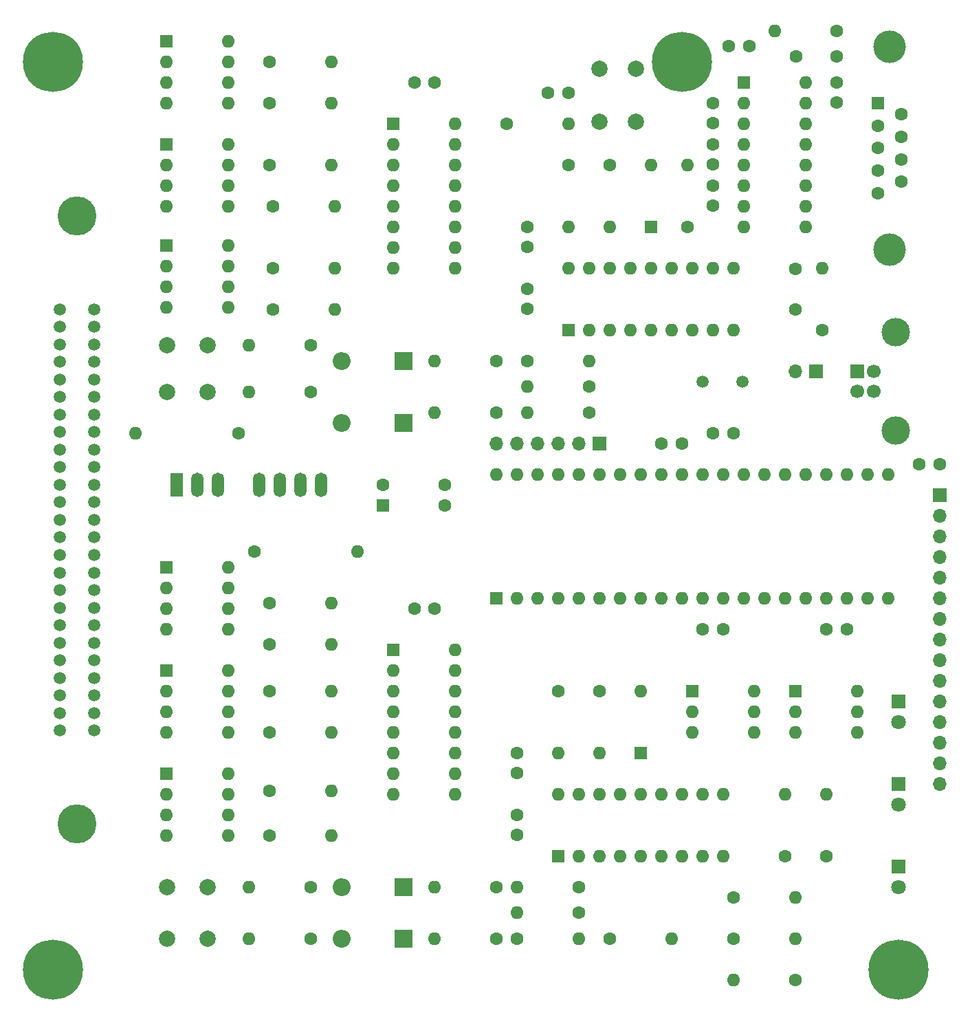
<source format=gbr>
G04 #@! TF.GenerationSoftware,KiCad,Pcbnew,(6.0.5-0)*
G04 #@! TF.CreationDate,2022-08-07T12:30:08-07:00*
G04 #@! TF.ProjectId,ac125a_dtmf,61633132-3561-45f6-9474-6d662e6b6963,rev?*
G04 #@! TF.SameCoordinates,Original*
G04 #@! TF.FileFunction,Soldermask,Bot*
G04 #@! TF.FilePolarity,Negative*
%FSLAX46Y46*%
G04 Gerber Fmt 4.6, Leading zero omitted, Abs format (unit mm)*
G04 Created by KiCad (PCBNEW (6.0.5-0)) date 2022-08-07 12:30:08*
%MOMM*%
%LPD*%
G01*
G04 APERTURE LIST*
%ADD10C,1.500000*%
%ADD11C,4.800000*%
%ADD12R,1.700000X1.700000*%
%ADD13C,1.700000*%
%ADD14C,3.500000*%
%ADD15C,1.600000*%
%ADD16C,2.000000*%
%ADD17R,2.200000X2.200000*%
%ADD18O,2.200000X2.200000*%
%ADD19R,1.600000X1.600000*%
%ADD20O,1.600000X1.600000*%
%ADD21O,1.700000X1.700000*%
%ADD22R,1.800000X1.800000*%
%ADD23C,1.800000*%
%ADD24R,1.500000X3.000000*%
%ADD25O,1.500000X3.000000*%
%ADD26C,4.000000*%
%ADD27C,7.400000*%
G04 APERTURE END LIST*
D10*
X45720000Y-116610000D03*
X45720000Y-114450000D03*
X45720000Y-112290000D03*
X45720000Y-110130000D03*
X45720000Y-107970000D03*
X45720000Y-105810000D03*
X45720000Y-103650000D03*
X45720000Y-101490000D03*
X45720000Y-99330000D03*
X45720000Y-97170000D03*
X45720000Y-95010000D03*
X45720000Y-92850000D03*
X45720000Y-90690000D03*
X45720000Y-88530000D03*
X45720000Y-86370000D03*
X45720000Y-84210000D03*
X45720000Y-82050000D03*
X45720000Y-79890000D03*
X45720000Y-77730000D03*
X45720000Y-75570000D03*
X45720000Y-73410000D03*
X45720000Y-71250000D03*
X45720000Y-69090000D03*
X45720000Y-66930000D03*
X45720000Y-64770000D03*
X41430000Y-116610000D03*
X41430000Y-114450000D03*
X41430000Y-112290000D03*
X41430000Y-110130000D03*
X41430000Y-107970000D03*
X41430000Y-105810000D03*
X41430000Y-103650000D03*
X41430000Y-101490000D03*
X41430000Y-99330000D03*
X41430000Y-97170000D03*
X41430000Y-95010000D03*
X41430000Y-92850000D03*
X41430000Y-90690000D03*
X41430000Y-88530000D03*
X41430000Y-86370000D03*
X41430000Y-84210000D03*
X41430000Y-82050000D03*
X41430000Y-79890000D03*
X41430000Y-77730000D03*
X41430000Y-75570000D03*
X41430000Y-73410000D03*
X41430000Y-71250000D03*
X41430000Y-69090000D03*
X41430000Y-66930000D03*
X41430000Y-64770000D03*
D11*
X43575000Y-128115000D03*
X43575000Y-53265000D03*
D12*
X139700000Y-72390000D03*
D13*
X139700000Y-74890000D03*
X141700000Y-74890000D03*
X141700000Y-72390000D03*
D14*
X144410000Y-67620000D03*
X144410000Y-79660000D03*
D15*
X147320000Y-83820000D03*
X149820000Y-83820000D03*
X115570000Y-81280000D03*
X118070000Y-81280000D03*
X104100000Y-38100000D03*
X101600000Y-38100000D03*
X120650000Y-104140000D03*
X123150000Y-104140000D03*
D16*
X59690000Y-69215000D03*
X54690000Y-69215000D03*
X59690000Y-74930000D03*
X54690000Y-74930000D03*
X59690000Y-142240000D03*
X54690000Y-142240000D03*
X59690000Y-135890000D03*
X54690000Y-135890000D03*
D15*
X121920000Y-80010000D03*
X124420000Y-80010000D03*
X97790000Y-119380000D03*
X97790000Y-121880000D03*
X99060000Y-62230000D03*
X99060000Y-64730000D03*
X97790000Y-127000000D03*
X97790000Y-129500000D03*
X87630000Y-101600000D03*
X85130000Y-101600000D03*
X87630000Y-36830000D03*
X85130000Y-36830000D03*
D17*
X83820000Y-142240000D03*
D18*
X76200000Y-142240000D03*
D17*
X83820000Y-135890000D03*
D18*
X76200000Y-135890000D03*
D19*
X113030000Y-119380000D03*
D20*
X113030000Y-111760000D03*
D12*
X107950000Y-81280000D03*
D21*
X105410000Y-81280000D03*
X102870000Y-81280000D03*
X100330000Y-81280000D03*
X97790000Y-81280000D03*
X95250000Y-81280000D03*
D15*
X96520000Y-41910000D03*
D20*
X104140000Y-41910000D03*
D15*
X72390000Y-142240000D03*
D20*
X64770000Y-142240000D03*
D15*
X72390000Y-135890000D03*
D20*
X64770000Y-135890000D03*
D15*
X95250000Y-135890000D03*
D20*
X87630000Y-135890000D03*
D15*
X97790000Y-142240000D03*
D20*
X105410000Y-142240000D03*
D15*
X105410000Y-135890000D03*
D20*
X97790000Y-135890000D03*
D15*
X109220000Y-142240000D03*
D20*
X116840000Y-142240000D03*
D15*
X102870000Y-111760000D03*
D20*
X102870000Y-119380000D03*
D15*
X107950000Y-111760000D03*
D20*
X107950000Y-119380000D03*
D15*
X67310000Y-34290000D03*
D20*
X74930000Y-34290000D03*
D15*
X67310000Y-39370000D03*
D20*
X74930000Y-39370000D03*
D15*
X67310000Y-46990000D03*
D20*
X74930000Y-46990000D03*
D15*
X67691000Y-52070000D03*
D20*
X75311000Y-52070000D03*
D15*
X67691000Y-64770000D03*
D20*
X75311000Y-64770000D03*
D15*
X67310000Y-100965000D03*
D20*
X74930000Y-100965000D03*
D15*
X67310000Y-106045000D03*
D20*
X74930000Y-106045000D03*
D15*
X67310000Y-111760000D03*
D20*
X74930000Y-111760000D03*
D15*
X67310000Y-116840000D03*
D20*
X74930000Y-116840000D03*
D15*
X67310000Y-124015500D03*
D20*
X74930000Y-124015500D03*
D15*
X67310000Y-129540000D03*
D20*
X74930000Y-129540000D03*
D16*
X107950000Y-35156000D03*
X107950000Y-41656000D03*
X112450000Y-41656000D03*
X112450000Y-35156000D03*
D19*
X95250000Y-100330000D03*
D20*
X97790000Y-100330000D03*
X100330000Y-100330000D03*
X102870000Y-100330000D03*
X105410000Y-100330000D03*
X107950000Y-100330000D03*
X110490000Y-100330000D03*
X113030000Y-100330000D03*
X115570000Y-100330000D03*
X118110000Y-100330000D03*
X120650000Y-100330000D03*
X123190000Y-100330000D03*
X125730000Y-100330000D03*
X128270000Y-100330000D03*
X130810000Y-100330000D03*
X133350000Y-100330000D03*
X135890000Y-100330000D03*
X138430000Y-100330000D03*
X140970000Y-100330000D03*
X143510000Y-100330000D03*
X143510000Y-85090000D03*
X140970000Y-85090000D03*
X138430000Y-85090000D03*
X135890000Y-85090000D03*
X133350000Y-85090000D03*
X130810000Y-85090000D03*
X128270000Y-85090000D03*
X125730000Y-85090000D03*
X123190000Y-85090000D03*
X120650000Y-85090000D03*
X118110000Y-85090000D03*
X115570000Y-85090000D03*
X113030000Y-85090000D03*
X110490000Y-85090000D03*
X107950000Y-85090000D03*
X105410000Y-85090000D03*
X102870000Y-85090000D03*
X100330000Y-85090000D03*
X97790000Y-85090000D03*
X95250000Y-85090000D03*
D19*
X104140000Y-67310000D03*
D20*
X106680000Y-67310000D03*
X109220000Y-67310000D03*
X111760000Y-67310000D03*
X114300000Y-67310000D03*
X116840000Y-67310000D03*
X119380000Y-67310000D03*
X121920000Y-67310000D03*
X124460000Y-67310000D03*
X124460000Y-59690000D03*
X121920000Y-59690000D03*
X119380000Y-59690000D03*
X116840000Y-59690000D03*
X114300000Y-59690000D03*
X111760000Y-59690000D03*
X109220000Y-59690000D03*
X106680000Y-59690000D03*
X104140000Y-59690000D03*
D19*
X102870000Y-132080000D03*
D20*
X105410000Y-132080000D03*
X107950000Y-132080000D03*
X110490000Y-132080000D03*
X113030000Y-132080000D03*
X115570000Y-132080000D03*
X118110000Y-132080000D03*
X120650000Y-132080000D03*
X123190000Y-132080000D03*
X123190000Y-124460000D03*
X120650000Y-124460000D03*
X118110000Y-124460000D03*
X115570000Y-124460000D03*
X113030000Y-124460000D03*
X110490000Y-124460000D03*
X107950000Y-124460000D03*
X105410000Y-124460000D03*
X102870000Y-124460000D03*
D19*
X82550000Y-41910000D03*
D20*
X82550000Y-44450000D03*
X82550000Y-46990000D03*
X82550000Y-49530000D03*
X82550000Y-52070000D03*
X82550000Y-54610000D03*
X82550000Y-57150000D03*
X82550000Y-59690000D03*
X90170000Y-59690000D03*
X90170000Y-57150000D03*
X90170000Y-54610000D03*
X90170000Y-52070000D03*
X90170000Y-49530000D03*
X90170000Y-46990000D03*
X90170000Y-44450000D03*
X90170000Y-41910000D03*
D19*
X82550000Y-106680000D03*
D20*
X82550000Y-109220000D03*
X82550000Y-111760000D03*
X82550000Y-114300000D03*
X82550000Y-116840000D03*
X82550000Y-119380000D03*
X82550000Y-121920000D03*
X82550000Y-124460000D03*
X90170000Y-124460000D03*
X90170000Y-121920000D03*
X90170000Y-119380000D03*
X90170000Y-116840000D03*
X90170000Y-114300000D03*
X90170000Y-111760000D03*
X90170000Y-109220000D03*
X90170000Y-106680000D03*
D19*
X54610000Y-31750000D03*
D20*
X54610000Y-34290000D03*
X54610000Y-36830000D03*
X54610000Y-39370000D03*
X62230000Y-39370000D03*
X62230000Y-36830000D03*
X62230000Y-34290000D03*
X62230000Y-31750000D03*
D19*
X54610000Y-44450000D03*
D20*
X54610000Y-46990000D03*
X54610000Y-49530000D03*
X54610000Y-52070000D03*
X62230000Y-52070000D03*
X62230000Y-49530000D03*
X62230000Y-46990000D03*
X62230000Y-44450000D03*
D19*
X54610000Y-56896000D03*
D20*
X54610000Y-59436000D03*
X54610000Y-61976000D03*
X54610000Y-64516000D03*
X62230000Y-64516000D03*
X62230000Y-61976000D03*
X62230000Y-59436000D03*
X62230000Y-56896000D03*
D19*
X54610000Y-96520000D03*
D20*
X54610000Y-99060000D03*
X54610000Y-101600000D03*
X54610000Y-104140000D03*
X62230000Y-104140000D03*
X62230000Y-101600000D03*
X62230000Y-99060000D03*
X62230000Y-96520000D03*
D19*
X54610000Y-109220000D03*
D20*
X54610000Y-111760000D03*
X54610000Y-114300000D03*
X54610000Y-116840000D03*
X62230000Y-116840000D03*
X62230000Y-114300000D03*
X62230000Y-111760000D03*
X62230000Y-109220000D03*
D19*
X54610000Y-121920000D03*
D20*
X54610000Y-124460000D03*
X54610000Y-127000000D03*
X54610000Y-129540000D03*
X62230000Y-129540000D03*
X62230000Y-127000000D03*
X62230000Y-124460000D03*
X62230000Y-121920000D03*
D15*
X95250000Y-142240000D03*
D20*
X87630000Y-142240000D03*
D10*
X120650000Y-73660000D03*
X125530000Y-73660000D03*
D15*
X118745000Y-54610000D03*
D20*
X118745000Y-46990000D03*
D15*
X109220000Y-46990000D03*
D20*
X109220000Y-54610000D03*
D15*
X104140000Y-46990000D03*
D20*
X104140000Y-54610000D03*
D15*
X95250000Y-71120000D03*
D20*
X87630000Y-71120000D03*
D15*
X106680000Y-77470000D03*
D20*
X99060000Y-77470000D03*
D15*
X72390000Y-74930000D03*
D20*
X64770000Y-74930000D03*
D15*
X72390000Y-69215000D03*
D20*
X64770000Y-69215000D03*
D17*
X83820000Y-78740000D03*
D18*
X76200000Y-78740000D03*
D17*
X83820000Y-71120000D03*
D18*
X76200000Y-71120000D03*
D19*
X114300000Y-54610000D03*
D20*
X114300000Y-46990000D03*
D15*
X95250000Y-77470000D03*
D20*
X87630000Y-77470000D03*
D15*
X99060000Y-54610000D03*
X99060000Y-57110000D03*
X99060000Y-71120000D03*
D20*
X106680000Y-71120000D03*
D15*
X67691000Y-59690000D03*
D20*
X75311000Y-59690000D03*
D15*
X124460000Y-142240000D03*
D20*
X132080000Y-142240000D03*
D15*
X124460000Y-137160000D03*
D20*
X132080000Y-137160000D03*
D15*
X130810000Y-132080000D03*
D20*
X130810000Y-124460000D03*
D15*
X135890000Y-132080000D03*
D20*
X135890000Y-124460000D03*
D19*
X119380000Y-111760000D03*
D20*
X119380000Y-114300000D03*
X119380000Y-116840000D03*
X127000000Y-116840000D03*
X127000000Y-114300000D03*
X127000000Y-111760000D03*
D19*
X132080000Y-111760000D03*
D20*
X132080000Y-114300000D03*
X132080000Y-116840000D03*
X139700000Y-116840000D03*
X139700000Y-114300000D03*
X139700000Y-111760000D03*
D22*
X144780000Y-123190000D03*
D23*
X144780000Y-125730000D03*
D22*
X144780000Y-113030000D03*
D23*
X144780000Y-115570000D03*
D19*
X81280000Y-88900000D03*
D15*
X81280000Y-86400000D03*
X88900000Y-88900000D03*
X88900000Y-86400000D03*
D24*
X55880000Y-86360000D03*
D25*
X58420000Y-86360000D03*
X60960000Y-86360000D03*
X66040000Y-86360000D03*
X68580000Y-86360000D03*
X71120000Y-86360000D03*
X73660000Y-86360000D03*
D22*
X144780000Y-133350000D03*
D23*
X144780000Y-135890000D03*
D15*
X132080000Y-147320000D03*
D20*
X124460000Y-147320000D03*
D15*
X135890000Y-104140000D03*
X138390000Y-104140000D03*
D26*
X143660000Y-32410000D03*
X143660000Y-57410000D03*
D19*
X142240000Y-39370000D03*
D15*
X142240000Y-42140000D03*
X142240000Y-44910000D03*
X142240000Y-47680000D03*
X142240000Y-50450000D03*
X145080000Y-40755000D03*
X145080000Y-43525000D03*
X145080000Y-46295000D03*
X145080000Y-49065000D03*
D19*
X125730000Y-36830000D03*
D20*
X125730000Y-39370000D03*
X125730000Y-41910000D03*
X125730000Y-44450000D03*
X125730000Y-46990000D03*
X125730000Y-49530000D03*
X125730000Y-52070000D03*
X125730000Y-54610000D03*
X133350000Y-54610000D03*
X133350000Y-52070000D03*
X133350000Y-49530000D03*
X133350000Y-46990000D03*
X133350000Y-44450000D03*
X133350000Y-41910000D03*
X133350000Y-39370000D03*
X133350000Y-36830000D03*
D15*
X132080000Y-64770000D03*
X132080000Y-59770000D03*
X137160000Y-36830000D03*
X137160000Y-39330000D03*
X121920000Y-39370000D03*
X121920000Y-41870000D03*
X126365000Y-32385000D03*
X123865000Y-32385000D03*
X121920000Y-49530000D03*
X121920000Y-52030000D03*
X137160000Y-33655000D03*
X132160000Y-33655000D03*
D12*
X134620000Y-72390000D03*
D21*
X132080000Y-72390000D03*
D15*
X135382000Y-67310000D03*
D20*
X135382000Y-59690000D03*
D15*
X137160000Y-30480000D03*
D20*
X129540000Y-30480000D03*
D15*
X121920000Y-44450000D03*
X121920000Y-46950000D03*
X65405000Y-94615000D03*
D20*
X78105000Y-94615000D03*
D15*
X63500000Y-80010000D03*
D20*
X50800000Y-80010000D03*
D15*
X106680000Y-74295000D03*
D20*
X99060000Y-74295000D03*
D15*
X105410000Y-139065000D03*
D20*
X97790000Y-139065000D03*
D12*
X149860000Y-87630000D03*
D21*
X149860000Y-90170000D03*
X149860000Y-92710000D03*
X149860000Y-95250000D03*
X149860000Y-97790000D03*
X149860000Y-100330000D03*
X149860000Y-102870000D03*
X149860000Y-105410000D03*
X149860000Y-107950000D03*
X149860000Y-110490000D03*
X149860000Y-113030000D03*
X149860000Y-115570000D03*
X149860000Y-118110000D03*
X149860000Y-120650000D03*
X149860000Y-123190000D03*
D27*
X40640000Y-34290000D03*
X40640000Y-146050000D03*
X144780000Y-146050000D03*
X118110000Y-34290000D03*
M02*

</source>
